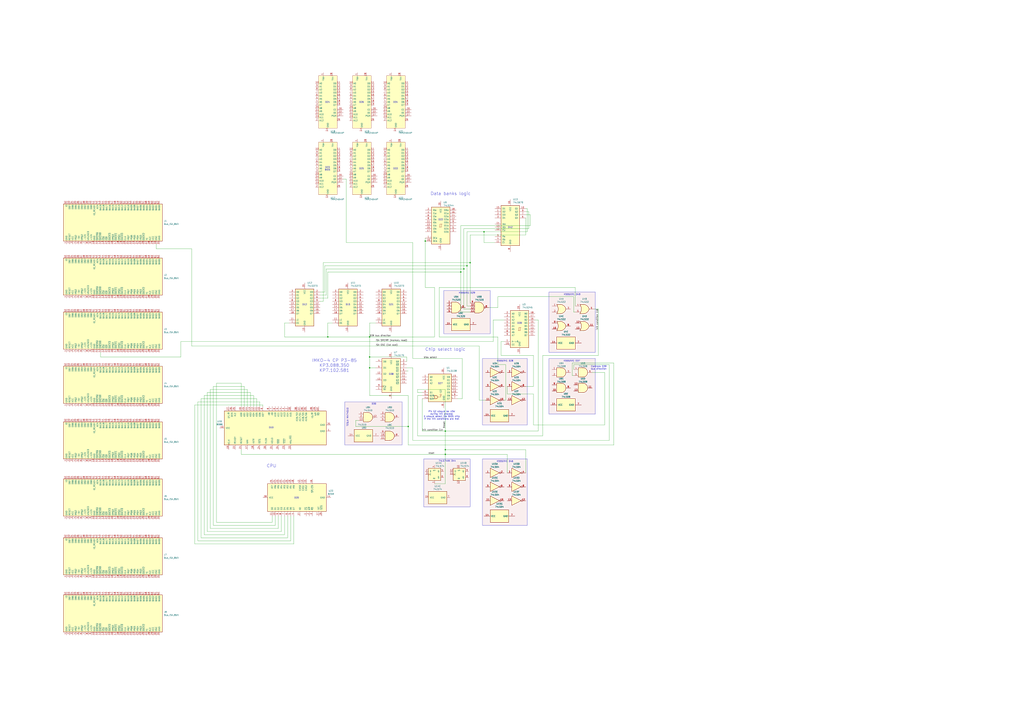
<source format=kicad_sch>
(kicad_sch (version 20231120) (generator "eeschema") (generator_version "8.0")
  (paper "A1")
  (title_block (title "IMKO-4") (rev "CP P3-85"))
  (junction (at 303.53 276.86))
  (junction (at 269.24 276.86))
  (junction (at 335.28 350.52))
  (junction (at 386.08 215.9))
  (junction (at 378.46 223.52))
  (junction (at 365.76 373.38))
  (junction (at 365.76 369.57))
  (junction (at 397.51 190.5))
  (junction (at 349.25 198.12))
  (junction (at 383.54 218.44))
  (junction (at 381 220.98))
  (junction (at 365.76 354.33))
  (junction (at 303.53 293.37))
  (junction (at 303.53 302.26))
  (wire (pts (xy 231.14 424.18) (xy 231.14 436.88)))
  (wire (pts (xy 269.24 276.86) (xy 269.24 265.43)))
  (wire (pts (xy 500.38 299.72) (xy 500.38 361.95)))
  (wire (pts (xy 433.07 171.45) (xy 431.8 171.45)))
  (wire (pts (xy 405.13 262.89) (xy 405.13 280.67)))
  (wire (pts (xy 356.87 276.86) (xy 356.87 236.22)))
  (wire (pts (xy 233.68 265.43) (xy 237.49 265.43)))
  (wire (pts (xy 205.74 322.58) (xy 205.74 334.01)))
  (wire (pts (xy 471.17 308.61) (xy 469.9 308.61)))
  (wire (pts (xy 356.87 397.51) (xy 365.76 397.51)))
  (wire (pts (xy 238.76 424.18) (xy 238.76 444.5)))
  (wire (pts (xy 303.53 302.26) (xy 308.61 302.26)))
  (wire (pts (xy 262.89 247.65) (xy 265.43 247.65)))
  (wire (pts (xy 433.07 190.5) (xy 433.07 171.45)))
  (wire (pts (xy 397.51 190.5) (xy 433.07 190.5)))
  (wire (pts (xy 200.66 317.5) (xy 175.26 317.5)))
  (wire (pts (xy 406.4 199.39) (xy 397.51 199.39)))
  (wire (pts (xy 334.01 297.18) (xy 334.01 293.37)))
  (wire (pts (xy 414.02 328.93) (xy 415.29 328.93)))
  (wire (pts (xy 381 254) (xy 381 220.98)))
  (wire (pts (xy 203.2 320.04) (xy 203.2 334.01)))
  (wire (pts (xy 167.64 325.12) (xy 208.28 325.12)))
  (wire (pts (xy 241.3 424.18) (xy 241.3 447.04)))
  (wire (pts (xy 215.9 332.74) (xy 215.9 334.01)))
  (wire (pts (xy 504.19 298.45) (xy 504.19 365.76)))
  (wire (pts (xy 238.76 444.5) (xy 162.56 444.5)))
  (wire (pts (xy 342.9 325.12) (xy 346.71 325.12)))
  (wire (pts (xy 265.43 215.9) (xy 386.08 215.9)))
  (wire (pts (xy 378.46 223.52) (xy 378.46 185.42)))
  (wire (pts (xy 162.56 330.2) (xy 213.36 330.2)))
  (wire (pts (xy 365.76 320.04) (xy 342.9 320.04)))
  (wire (pts (xy 491.49 292.1) (xy 445.77 292.1)))
  (wire (pts (xy 381 187.96) (xy 434.34 187.96)))
  (wire (pts (xy 236.22 424.18) (xy 236.22 441.96)))
  (wire (pts (xy 346.71 354.33) (xy 346.71 327.66)))
  (wire (pts (xy 365.76 320.04) (xy 365.76 354.33)))
  (wire (pts (xy 356.87 236.22) (xy 349.25 236.22)))
  (wire (pts (xy 365.76 354.33) (xy 346.71 354.33)))
  (wire (pts (xy 303.53 276.86) (xy 356.87 276.86)))
  (wire (pts (xy 408.94 299.72) (xy 408.94 276.86)))
  (wire (pts (xy 303.53 302.26) (xy 303.53 293.37)))
  (wire (pts (xy 365.76 354.33) (xy 365.76 369.57)))
  (wire (pts (xy 241.3 447.04) (xy 160.02 447.04)))
  (wire (pts (xy 236.22 441.96) (xy 165.1 441.96)))
  (wire (pts (xy 200.66 334.01) (xy 200.66 317.5)))
  (wire (pts (xy 334.01 293.37) (xy 303.53 293.37)))
  (wire (pts (xy 339.09 199.39) (xy 339.09 294.64)))
  (wire (pts (xy 157.48 204.47) (xy 128.27 204.47)))
  (wire (pts (xy 393.7 328.93) (xy 393.7 284.48)))
  (wire (pts (xy 226.06 431.8) (xy 226.06 424.18)))
  (wire (pts (xy 496.57 306.07) (xy 486.41 306.07)))
  (wire (pts (xy 335.28 350.52) (xy 335.28 325.12)))
  (wire (pts (xy 414.02 262.89) (xy 405.13 262.89)))
  (wire (pts (xy 487.68 254) (xy 491.49 254)))
  (wire (pts (xy 504.19 365.76) (xy 335.28 365.76)))
  (wire (pts (xy 378.46 185.42) (xy 435.61 185.42)))
  (wire (pts (xy 335.28 350.52) (xy 292.1 350.52)))
  (wire (pts (xy 438.15 323.85) (xy 438.15 349.25)))
  (wire (pts (xy 415.29 328.93) (xy 415.29 299.72)))
  (wire (pts (xy 496.57 349.25) (xy 496.57 306.07)))
  (wire (pts (xy 386.08 254) (xy 381 254)))
  (wire (pts (xy 438.15 292.1) (xy 411.48 292.1)))
  (wire (pts (xy 223.52 424.18) (xy 223.52 429.26)))
  (wire (pts (xy 303.53 276.86) (xy 303.53 293.37)))
  (wire (pts (xy 172.72 320.04) (xy 203.2 320.04)))
  (wire (pts (xy 157.48 284.48) (xy 157.48 204.47)))
  (wire (pts (xy 175.26 317.5) (xy 175.26 431.8)))
  (wire (pts (xy 431.8 369.57) (xy 365.76 369.57)))
  (wire (pts (xy 334.01 304.8) (xy 335.28 304.8)))
  (wire (pts (xy 434.34 187.96) (xy 434.34 173.99)))
  (wire (pts (xy 160.02 447.04) (xy 160.02 332.74)))
  (wire (pts (xy 160.02 332.74) (xy 215.9 332.74)))
  (wire (pts (xy 148.59 280.67) (xy 405.13 280.67)))
  (wire (pts (xy 379.73 294.64) (xy 379.73 327.66)))
  (wire (pts (xy 266.7 218.44) (xy 383.54 218.44)))
  (wire (pts (xy 445.77 292.1) (xy 445.77 358.14)))
  (wire (pts (xy 284.48 147.32) (xy 284.48 199.39)))
  (wire (pts (xy 349.25 236.22) (xy 349.25 198.12)))
  (wire (pts (xy 342.9 322.58) (xy 346.71 322.58)))
  (wire (pts (xy 223.52 429.26) (xy 177.8 429.26)))
  (wire (pts (xy 269.24 265.43) (xy 273.05 265.43)))
  (wire (pts (xy 431.8 317.5) (xy 438.15 317.5)))
  (wire (pts (xy 228.6 424.18) (xy 228.6 434.34)))
  (wire (pts (xy 434.34 173.99) (xy 431.8 173.99)))
  (wire (pts (xy 383.54 190.5) (xy 397.51 190.5)))
  (wire (pts (xy 284.48 199.39) (xy 339.09 199.39)))
  (wire (pts (xy 471.17 299.72) (xy 500.38 299.72)))
  (wire (pts (xy 269.24 245.11) (xy 269.24 223.52)))
  (wire (pts (xy 411.48 280.67) (xy 414.02 280.67)))
  (wire (pts (xy 431.8 369.57) (xy 431.8 388.62)))
  (wire (pts (xy 438.15 317.5) (xy 438.15 292.1)))
  (wire (pts (xy 469.9 298.45) (xy 504.19 298.45)))
  (wire (pts (xy 471.17 303.53) (xy 471.17 299.72)))
  (wire (pts (xy 303.53 265.43) (xy 303.53 276.86)))
  (wire (pts (xy 266.7 240.03) (xy 266.7 218.44)))
  (wire (pts (xy 383.54 218.44) (xy 383.54 190.5)))
  (wire (pts (xy 213.36 330.2) (xy 213.36 334.01)))
  (wire (pts (xy 170.18 322.58) (xy 205.74 322.58)))
  (wire (pts (xy 177.8 429.26) (xy 177.8 314.96)))
  (wire (pts (xy 378.46 256.54) (xy 378.46 223.52)))
  (wire (pts (xy 383.54 251.46) (xy 383.54 218.44)))
  (wire (pts (xy 381 220.98) (xy 381 187.96)))
  (wire (pts (xy 228.6 434.34) (xy 172.72 434.34)))
  (wire (pts (xy 233.68 424.18) (xy 233.68 439.42)))
  (wire (pts (xy 167.64 439.42) (xy 167.64 325.12)))
  (wire (pts (xy 386.08 256.54) (xy 378.46 256.54)))
  (wire (pts (xy 82.55 293.37) (xy 82.55 289.56)))
  (wire (pts (xy 339.09 302.26) (xy 339.09 361.95)))
  (wire (pts (xy 342.9 358.14) (xy 342.9 325.12)))
  (wire (pts (xy 365.76 369.57) (xy 365.76 373.38)))
  (wire (pts (xy 365.76 373.38) (xy 416.56 373.38)))
  (wire (pts (xy 198.12 373.38) (xy 365.76 373.38)))
  (wire (pts (xy 157.48 284.48) (xy 393.7 284.48)))
  (wire (pts (xy 339.09 294.64) (xy 379.73 294.64)))
  (wire (pts (xy 233.68 439.42) (xy 167.64 439.42)))
  (wire (pts (xy 349.25 195.58) (xy 349.25 198.12)))
  (wire (pts (xy 439.42 262.89) (xy 441.96 262.89)))
  (wire (pts (xy 472.44 236.22) (xy 472.44 251.46)))
  (wire (pts (xy 342.9 320.04) (xy 342.9 322.58)))
  (wire (pts (xy 231.14 436.88) (xy 170.18 436.88)))
  (wire (pts (xy 471.17 243.84) (xy 471.17 256.54)))
  (wire (pts (xy 360.68 276.86) (xy 360.68 236.22)))
  (wire (pts (xy 408.94 276.86) (xy 360.68 276.86)))
  (wire (pts (xy 233.68 276.86) (xy 233.68 265.43)))
  (wire (pts (xy 431.8 193.04) (xy 386.08 193.04)))
  (wire (pts (xy 500.38 361.95) (xy 339.09 361.95)))
  (wire (pts (xy 303.53 265.43) (xy 308.61 265.43)))
  (wire (pts (xy 360.68 236.22) (xy 472.44 236.22)))
  (wire (pts (xy 339.09 302.26) (xy 334.01 302.26)))
  (wire (pts (xy 292.1 350.52) (xy 292.1 345.44)))
  (wire (pts (xy 148.59 280.67) (xy 148.59 293.37)))
  (wire (pts (xy 365.76 373.38) (xy 365.76 397.51)))
  (wire (pts (xy 491.49 254) (xy 491.49 292.1)))
  (wire (pts (xy 335.28 365.76) (xy 335.28 350.52)))
  (wire (pts (xy 386.08 193.04) (xy 386.08 215.9)))
  (wire (pts (xy 438.15 349.25) (xy 496.57 349.25)))
  (wire (pts (xy 175.26 431.8) (xy 226.06 431.8)))
  (wire (pts (xy 262.89 245.11) (xy 269.24 245.11)))
  (wire (pts (xy 128.27 204.47) (xy 128.27 200.66)))
  (wire (pts (xy 177.8 314.96) (xy 198.12 314.96)))
  (wire (pts (xy 416.56 317.5) (xy 416.56 323.85)))
  (wire (pts (xy 416.56 373.38) (xy 416.56 388.62)))
  (wire (pts (xy 445.77 358.14) (xy 342.9 358.14)))
  (wire (pts (xy 148.59 293.37) (xy 82.55 293.37)))
  (wire (pts (xy 267.97 220.98) (xy 381 220.98)))
  (wire (pts (xy 269.24 276.86) (xy 303.53 276.86)))
  (wire (pts (xy 435.61 176.53) (xy 431.8 176.53)))
  (wire (pts (xy 335.28 325.12) (xy 303.53 325.12)))
  (wire (pts (xy 435.61 185.42) (xy 435.61 176.53)))
  (wire (pts (xy 162.56 444.5) (xy 162.56 330.2)))
  (wire (pts (xy 408.94 243.84) (xy 471.17 243.84)))
  (wire (pts (xy 441.96 354.33) (xy 365.76 354.33)))
  (wire (pts (xy 415.29 299.72) (xy 408.94 299.72)))
  (wire (pts (xy 386.08 215.9) (xy 386.08 248.92)))
  (wire (pts (xy 416.56 323.85) (xy 438.15 323.85)))
  (wire (pts (xy 292.1 345.44) (xy 294.64 345.44)))
  (wire (pts (xy 281.94 147.32) (xy 284.48 147.32)))
  (wire (pts (xy 397.51 199.39) (xy 397.51 190.5)))
  (wire (pts (xy 165.1 327.66) (xy 210.82 327.66)))
  (wire (pts (xy 198.12 314.96) (xy 198.12 334.01)))
  (wire (pts (xy 379.73 327.66) (xy 375.92 327.66)))
  (wire (pts (xy 198.12 369.57) (xy 198.12 373.38)))
  (wire (pts (xy 401.32 252.73) (xy 408.94 252.73)))
  (wire (pts (xy 471.17 256.54) (xy 472.44 256.54)))
  (wire (pts (xy 386.08 251.46) (xy 383.54 251.46)))
  (wire (pts (xy 411.48 292.1) (xy 411.48 280.67)))
  (wire (pts (xy 172.72 434.34) (xy 172.72 320.04)))
  (wire (pts (xy 170.18 436.88) (xy 170.18 322.58)))
  (wire (pts (xy 441.96 262.89) (xy 441.96 354.33)))
  (wire (pts (xy 265.43 247.65) (xy 265.43 215.9)))
  (wire (pts (xy 398.78 328.93) (xy 393.7 328.93)))
  (wire (pts (xy 408.94 252.73) (xy 408.94 243.84)))
  (wire (pts (xy 210.82 327.66) (xy 210.82 334.01)))
  (wire (pts (xy 233.68 276.86) (xy 269.24 276.86)))
  (wire (pts (xy 431.8 179.07) (xy 431.8 193.04)))
  (wire (pts (xy 269.24 223.52) (xy 378.46 223.52)))
  (wire (pts (xy 469.9 308.61) (xy 469.9 298.45)))
  (wire (pts (xy 262.89 242.57) (xy 267.97 242.57)))
  (wire (pts (xy 262.89 240.03) (xy 266.7 240.03)))
  (wire (pts (xy 267.97 242.57) (xy 267.97 220.98)))
  (wire (pts (xy 165.1 441.96) (xy 165.1 327.66)))
  (wire (pts (xy 303.53 325.12) (xy 303.53 302.26)))
  (wire (pts (xy 208.28 325.12) (xy 208.28 334.01)))
  (rectangle (start 450.85 294.64) (end 488.95 340.36) (fill (type color) (color 158 0 0 0.07058823529)))
  (rectangle (start 396.24 377.19) (end 433.07 431.8) (fill (type color) (color 158 0 0 0.07)))
  (rectangle (start 396.24 294.64) (end 433.07 349.25) (fill (type color) (color 158 0 0 0.07)))
  (rectangle (start 347.98 377.19) (end 386.08 416.56) (fill (type color) (color 158 0 0 0.07)))
  (rectangle (start 450.85 240.03) (end 488.95 289.56) (fill (type color) (color 158 0 0 0.07)))
  (rectangle (start 283.21 330.2) (end 330.2 365.76) (fill (type color) (color 158 0 0 0.07)))
  (rectangle (start 364.49 238.76) (end 402.59 274.32) (fill (type color) (color 158 0 0 0.07)))
  (text "Data banks logic" (at 370.078 159.258 0) (effects (font (size 2.54 2.54))))
  (text "D25" (at 296.926 138.684 0) (effects (font (size 1.27 1.27))))
  (text "К555ЛН1 D28" (at 414.782 296.672 0) (effects (font (size 1.27 1.27))))
  (text "CPU" (at 223.012 383.032 0) (effects (font (size 2.54 2.54))))
  (text "Chip select logic" (at 365.76 287.274 0) (effects (font (size 2.54 2.54))))
  (text "74LS74AN D44" (at 367.284 378.968 0) (effects (font (size 1.27 1.27))))
  (text "D38" (at 321.31 307.594 0) (effects (font (size 1.27 1.27))))
  (text "D21" (at 321.31 250.444 0) (effects (font (size 1.27 1.27))))
  (text "К555ЛИ1 D37" (at 469.646 296.672 0) (effects (font (size 1.27 1.27))))
  (text "D15" (at 285.75 250.444 0) (effects (font (size 1.27 1.27))))
  (text "Controls D39\nbus direction" (at 491.744 302.26 0) (effects (font (size 1.27 1.27))))
  (text "D20" (at 243.586 409.194 0) (effects (font (size 1.27 1.27))))
  (text "К555ЛН1 D46" (at 414.782 379.222 0) (effects (font (size 1.27 1.27))))
  (text "D33" (at 324.866 138.684 0) (effects (font (size 1.27 1.27))))
  (text "D24" (at 268.986 84.074 0) (effects (font (size 1.27 1.27))))
  (text "D23\nBIOS\n" (at 268.986 138.684 0) (effects (font (size 1.27 1.27))))
  (text "D42" (at 419.1 186.944 0) (effects (font (size 1.27 1.27))))
  (text "D27" (at 361.696 315.214 0) (effects (font (size 1.27 1.27))))
  (text "TESLA MH74S10" (at 285.496 342.9 90) (effects (font (size 1.27 1.27))))
  (text "D26" (at 296.926 84.074 0) (effects (font (size 1.27 1.27))))
  (text "К555ЛЛ1 D49" (at 469.9 242.062 0) (effects (font (size 1.27 1.27))))
  (text "D10" (at 222.758 351.536 0) (effects (font (size 1.27 1.27))))
  (text "D39" (at 426.72 265.684 0) (effects (font (size 1.27 1.27))))
  (text "D12" (at 250.19 250.444 0) (effects (font (size 1.27 1.27))))
  (text "IMKO-4 CP P3-85\nKP3.088.350\nKP7.102.581" (at 274.574 300.482 0) (effects (font (size 2.54 2.54))))
  (text "D30" (at 307.086 331.978 0) (effects (font (size 1.27 1.27))))
  (text "D22" (at 361.95 180.594 0) (effects (font (size 1.27 1.27))))
  (text "К555ЛА1 D29" (at 383.54 240.792 0) (effects (font (size 1.27 1.27))))
  (text "D34" (at 324.866 84.074 0) (effects (font (size 1.27 1.27))))
  (text "Pin G2 should be LOW\nduring init process\nIt should select the BIOS chip\nif the init conditions are met" (at 362.712 341.376 0) (effects (font (size 1.27 1.27))))
  (label "!reset" (at 365.76 351.79 90))
  (label "init condition 2.B" (at 491.49 254 270))
  (label "bios select" (at 347.98 294.64 0))
  (label "D39 bus direction" (at 303.53 276.86 0))
  (label "init condition 2.A" (at 346.71 354.33 0))
  (label "ISA SMEMR (memory read)" (at 308.61 280.67 0))
  (label "reset" (at 351.79 373.38 0))
  (label "ISA OSC (1st slot)" (at 308.61 284.48 0))
  (symbol (lib_id "74xx:74LS245") (at 426.72 270.51 0) (unit 1)
    (property "Reference" "U3" (at 428.9141 250.19 0) (effects (justify left)))
    (property "Value" "74LS245" (at 428.9141 252.73 0) (effects (justify left)))
    (property "Datasheet" "http://www.ti.com/lit/gpn/sn74LS245" (effects (hide yes)))
    (property "Description" "Octal BUS Transceivers, 3-State outputs" (effects (hide yes)))
  )
  (symbol (lib_id "Connector:Bus_ISA_8bit") (at 92.71 408.94 90) (unit 1)
    (property "Reference" "J6" (at 134.62 407.6699 90) (effects (justify right)))
    (property "Value" "Bus_ISA_8bit" (at 134.62 410.2099 90) (effects (justify right)))
    (property "Datasheet" "https://en.wikipedia.org/wiki/Industry_Standard_Architecture" (effects (hide yes)))
    (property "Description" "8-bit ISA-PC bus connector" (effects (hide yes)))
  )
  (symbol (lib_id "74xx:74LS08") (at 478.79 306.07 0) (unit 2)
    (property "Reference" "U6" (at 478.79 298.45 0))
    (property "Value" "74LS08" (at 478.79 300.99 0))
    (property "Datasheet" "http://www.ti.com/lit/gpn/sn74LS08" (effects (hide yes)))
    (property "Description" "Quad And2" (effects (hide yes)))
  )
  (symbol (lib_id "74xx:74LS32") (at 464.82 281.94 90) (unit 5)
    (property "Reference" "U4" (at 464.82 272.542 90))
    (property "Value" "74LS32" (at 464.82 275.082 90))
    (property "Datasheet" "http://www.ti.com/lit/gpn/sn74LS32" (effects (hide yes)))
    (property "Description" "Quad 2-input OR" (effects (hide yes)))
  )
  (symbol (lib_id "74xx:74LS08") (at 478.79 318.77 0) (unit 4)
    (property "Reference" "U6" (at 478.79 311.15 0))
    (property "Value" "74LS08" (at 478.79 313.69 0))
    (property "Datasheet" "http://www.ti.com/lit/gpn/sn74LS08" (effects (hide yes)))
    (property "Description" "Quad And2" (effects (hide yes)))
  )
  (symbol (lib_id "74xx:74LS10") (at 320.04 342.9 0) (unit 2)
    (property "Reference" "U8" (at 320.04 334.772 0))
    (property "Value" "74LS10" (at 320.04 337.312 0))
    (property "Datasheet" "http://www.ti.com/lit/gpn/sn74LS10" (effects (hide yes)))
    (property "Description" "Triple 3-input NAND" (effects (hide yes)))
  )
  (symbol (lib_id "74xx:74LS04") (at 424.18 317.5 0) (unit 4)
    (property "Reference" "U2" (at 424.18 310.134 0))
    (property "Value" "74LS04" (at 424.18 312.674 0))
    (property "Datasheet" "http://www.ti.com/lit/gpn/sn74LS04" (effects (hide yes)))
    (property "Description" "Hex Inverter" (effects (hide yes)))
  )
  (symbol (lib_id "74xx:74LS244") (at 361.95 185.42 0) (unit 1)
    (property "Reference" "U9" (at 364.1441 166.37 0) (effects (justify left)))
    (property "Value" "74LS244" (at 364.1441 168.91 0) (effects (justify left)))
    (property "Datasheet" "http://www.ti.com/lit/ds/symlink/sn74ls244.pdf" (effects (hide yes)))
    (property "Description" "Octal Buffer and Line Driver With 3-State Output, active-low enables, non-inverting outputs" (effects (hide yes)))
  )
  (symbol (lib_id "MCU_Intel:8088") (at 226.06 351.79 90) (unit 1)
    (property "Reference" "U16" (at 180.34 346.2938 90))
    (property "Value" "8088" (at 180.34 348.8338 90))
    (property "Footprint" "Package_DIP:DIP-40_W15.24mm" (effects (hide yes)))
    (property "Datasheet" "http://datasheets.chipdb.org/Intel/x86/808x/datashts/8088/231456-006.pdf" (effects (hide yes)))
    (property "Description" "8088 (minimum mode), 8-Bit HMOS Microprocessor, PDIP-40" (effects (hide yes)))
  )
  (symbol (lib_id "Memory_ROM:TMM2464AP") (at 269.24 77.47 0) (unit 1)
    (property "Reference" "U18" (at 271.4341 107.95 0) (effects (justify left)))
    (property "Value" "TMM2464AP" (at 271.4341 109.22 0) (effects (justify left)))
  )
  (symbol (lib_id "74xx:74LS04") (at 424.18 388.62 0) (unit 2)
    (property "Reference" "U15" (at 424.18 381.254 0))
    (property "Value" "74LS04" (at 424.18 383.794 0))
    (property "Datasheet" "http://www.ti.com/lit/gpn/sn74LS04" (effects (hide yes)))
    (property "Description" "Hex Inverter" (effects (hide yes)))
  )
  (symbol (lib_id "Connector:Bus_ISA_8bit") (at 92.71 504.19 90) (unit 1)
    (property "Reference" "J8" (at 134.62 502.9199 90) (effects (justify right)))
    (property "Value" "Bus_ISA_8bit" (at 134.62 505.4599 90) (effects (justify right)))
    (property "Datasheet" "https://en.wikipedia.org/wiki/Industry_Standard_Architecture" (effects (hide yes)))
    (property "Description" "8-bit ISA-PC bus connector" (effects (hide yes)))
  )
  (symbol (lib_id "74xx:74LS373") (at 250.19 252.73 0) (unit 1)
    (property "Reference" "U12" (at 252.3841 232.41 0) (effects (justify left)))
    (property "Value" "74LS373" (at 252.3841 234.95 0) (effects (justify left)))
    (property "Datasheet" "http://www.ti.com/lit/gpn/sn74LS373" (effects (hide yes)))
    (property "Description" "8-bit Latch, 3-state outputs" (effects (hide yes)))
  )
  (symbol (lib_id "74xx:74LS670") (at 419.1 184.15 0) (unit 1)
    (property "Reference" "U13" (at 421.2941 163.83 0) (effects (justify left)))
    (property "Value" "74LS670" (at 421.2941 166.37 0) (effects (justify left)))
    (property "Datasheet" "http://www.ti.com/lit/gpn/sn74LS670" (effects (hide yes)))
    (property "Description" "4 x 4 Register Files 3-State Outputs" (effects (hide yes)))
  )
  (symbol (lib_id "74xx:74LS373") (at 285.75 252.73 0) (unit 1)
    (property "Reference" "U11" (at 287.9441 232.41 0) (effects (justify left)))
    (property "Value" "74LS373" (at 287.9441 234.95 0) (effects (justify left)))
    (property "Datasheet" "http://www.ti.com/lit/gpn/sn74LS373" (effects (hide yes)))
    (property "Description" "8-bit Latch, 3-state outputs" (effects (hide yes)))
  )
  (symbol (lib_id "Connector:Bus_ISA_8bit") (at 92.71 227.33 90) (unit 1)
    (property "Reference" "J2" (at 134.62 226.0599 90) (effects (justify right)))
    (property "Value" "Bus_ISA_8bit" (at 134.62 228.5999 90) (effects (justify right)))
    (property "Datasheet" "https://en.wikipedia.org/wiki/Industry_Standard_Architecture" (effects (hide yes)))
    (property "Description" "8-bit ISA-PC bus connector" (effects (hide yes)))
  )
  (symbol (lib_id "74xx:74LS32") (at 461.01 254 0) (unit 1)
    (property "Reference" "U4" (at 461.01 245.618 0))
    (property "Value" "74LS32" (at 461.01 248.158 0))
    (property "Datasheet" "http://www.ti.com/lit/gpn/sn74LS32" (effects (hide yes)))
    (property "Description" "Quad 2-input OR" (effects (hide yes)))
  )
  (symbol (lib_id "74xx:74LS74") (at 359.41 408.94 90) (unit 3)
    (property "Reference" "U14" (at 359.41 399.542 90))
    (property "Value" "74LS74" (at 359.41 402.082 90))
    (property "Datasheet" "74xx/74hc_hct74.pdf" (effects (hide yes)))
    (property "Description" "Dual D Flip-flop, Set & Reset" (effects (hide yes)))
  )
  (symbol (lib_id "74xx:74LS74") (at 377.19 389.89 0) (unit 2)
    (property "Reference" "U14" (at 377.952 380.492 0) (effects (justify left)))
    (property "Value" "74LS74" (at 377.952 383.032 0) (effects (justify left)))
    (property "Datasheet" "74xx/74hc_hct74.pdf" (effects (hide yes)))
    (property "Description" "Dual D Flip-flop, Set & Reset" (effects (hide yes)))
  )
  (symbol (lib_id "74xx:74LS04") (at 410.21 424.18 90) (unit 7)
    (property "Reference" "U15" (at 410.21 414.02 90))
    (property "Value" "74LS04" (at 410.21 416.56 90))
    (property "Datasheet" "http://www.ti.com/lit/gpn/sn74LS04" (effects (hide yes)))
    (property "Description" "Hex Inverter" (effects (hide yes)))
  )
  (symbol (lib_id "Connector:Bus_ISA_8bit") (at 92.71 271.78 90) (unit 1)
    (property "Reference" "J3" (at 134.62 270.5099 90) (effects (justify right)))
    (property "Value" "Bus_ISA_8bit" (at 134.62 273.0499 90) (effects (justify right)))
    (property "Datasheet" "https://en.wikipedia.org/wiki/Industry_Standard_Architecture" (effects (hide yes)))
    (property "Description" "8-bit ISA-PC bus connector" (effects (hide yes)))
  )
  (symbol (lib_id "Memory_ROM:TMM2464AP") (at 297.18 77.47 0) (unit 1)
    (property "Reference" "U19" (at 299.3741 107.95 0) (effects (justify left)))
    (property "Value" "TMM2464AP" (at 299.3741 109.22 0) (effects (justify left)))
  )
  (symbol (lib_id "74xx:74LS08") (at 464.82 332.74 90) (unit 5)
    (property "Reference" "U6" (at 464.82 323.596 90))
    (property "Value" "74LS08" (at 464.82 326.136 90))
    (property "Datasheet" "http://www.ti.com/lit/gpn/sn74LS08" (effects (hide yes)))
    (property "Description" "Quad And2" (effects (hide yes)))
  )
  (symbol (lib_id "74xx:74LS20") (at 378.46 266.7 90) (unit 3)
    (property "Reference" "U5" (at 378.46 257.302 90))
    (property "Value" "74LS20" (at 378.46 259.842 90))
    (property "Datasheet" "http://www.ti.com/lit/gpn/sn74LS20" (effects (hide yes)))
    (property "Description" "Dual 4-input NAND" (effects (hide yes)))
  )
  (symbol (lib_id "74xx:74LS32") (at 461.01 267.97 0) (unit 3)
    (property "Reference" "U4" (at 461.01 259.842 0))
    (property "Value" "74LS32" (at 461.01 262.382 0))
    (property "Datasheet" "http://www.ti.com/lit/gpn/sn74LS32" (effects (hide yes)))
    (property "Description" "Quad 2-input OR" (effects (hide yes)))
  )
  (symbol (lib_id "74xx:74LS04") (at 424.18 328.93 0) (unit 6)
    (property "Reference" "U2" (at 424.18 321.564 0))
    (property "Value" "74LS04" (at 424.18 324.104 0))
    (property "Datasheet" "http://www.ti.com/lit/gpn/sn74LS04" (effects (hide yes)))
    (property "Description" "Hex Inverter" (effects (hide yes)))
  )
  (symbol (lib_id "74xx:74LS138") (at 359.41 317.5 0) (unit 1)
    (property "Reference" "U1" (at 366.6841 302.26 0) (effects (justify left)))
    (property "Value" "74LS138" (at 366.6841 304.8 0) (effects (justify left)))
    (property "Datasheet" "http://www.ti.com/lit/gpn/sn74LS138" (effects (hide yes)))
    (property "Description" "Decoder 3 to 8 active low outputs" (effects (hide yes)))
  )
  (symbol (lib_id "74xx:74LS04") (at 406.4 388.62 0) (unit 1)
    (property "Reference" "U15" (at 406.4 381.254 0))
    (property "Value" "74LS04" (at 406.4 383.794 0))
    (property "Datasheet" "http://www.ti.com/lit/gpn/sn74LS04" (effects (hide yes)))
    (property "Description" "Hex Inverter" (effects (hide yes)))
  )
  (symbol (lib_id "74xx:74LS04") (at 406.4 411.48 0) (unit 5)
    (property "Reference" "U15" (at 406.4 404.114 0))
    (property "Value" "74LS04" (at 406.4 406.654 0))
    (property "Datasheet" "http://www.ti.com/lit/gpn/sn74LS04" (effects (hide yes)))
    (property "Description" "Hex Inverter" (effects (hide yes)))
  )
  (symbol (lib_id "74xx:74LS175") (at 321.31 307.34 0) (unit 1)
    (property "Reference" "U7" (at 323.5041 289.56 0) (effects (justify left)))
    (property "Value" "74LS175" (at 323.5041 292.1 0) (effects (justify left)))
    (property "Datasheet" "http://www.ti.com/lit/gpn/sn74LS175" (effects (hide yes)))
    (property "Description" "4-bit D Flip-Flop, reset" (effects (hide yes)))
  )
  (symbol (lib_id "Connector:Bus_ISA_8bit") (at 92.71 361.95 90) (unit 1)
    (property "Reference" "J5" (at 134.62 360.6799 90) (effects (justify right)))
    (property "Value" "Bus_ISA_8bit" (at 134.62 363.2199 90) (effects (justify right)))
    (property "Datasheet" "https://en.wikipedia.org/wiki/Industry_Standard_Architecture" (effects (hide yes)))
    (property "Description" "8-bit ISA-PC bus connector" (effects (hide yes)))
  )
  (symbol (lib_id "Connector:Bus_ISA_8bit") (at 92.71 182.88 90) (unit 1)
    (property "Reference" "J1" (at 134.62 181.6099 90) (effects (justify right)))
    (property "Value" "Bus_ISA_8bit" (at 134.62 184.1499 90) (effects (justify right)))
    (property "Datasheet" "https://en.wikipedia.org/wiki/Industry_Standard_Architecture" (effects (hide yes)))
    (property "Description" "8-bit ISA-PC bus connector" (effects (hide yes)))
  )
  (symbol (lib_id "74xx:74LS373") (at 321.31 252.73 0) (unit 1)
    (property "Reference" "U10" (at 323.5041 232.41 0) (effects (justify left)))
    (property "Value" "74LS373" (at 323.5041 234.95 0) (effects (justify left)))
    (property "Datasheet" "http://www.ti.com/lit/gpn/sn74LS373" (effects (hide yes)))
    (property "Description" "8-bit Latch, 3-state outputs" (effects (hide yes)))
  )
  (symbol (lib_id "74xx:74LS20") (at 374.65 252.73 0) (unit 1)
    (property "Reference" "U5" (at 374.6403 243.84 0))
    (property "Value" "74LS20" (at 374.6403 246.38 0))
    (property "Datasheet" "http://www.ti.com/lit/gpn/sn74LS20" (effects (hide yes)))
    (property "Description" "Dual 4-input NAND" (effects (hide yes)))
  )
  (symbol (lib_id "74xx:74LS04") (at 410.21 341.63 90) (unit 7)
    (property "Reference" "U2" (at 410.21 331.47 90))
    (property "Value" "74LS04" (at 410.21 334.01 90))
    (property "Datasheet" "http://www.ti.com/lit/gpn/sn74LS04" (effects (hide yes)))
    (property "Description" "Hex Inverter" (effects (hide yes)))
  )
  (symbol (lib_id "74xx:74LS04") (at 406.4 400.05 0) (unit 3)
    (property "Reference" "U15" (at 406.4 392.684 0))
    (property "Value" "74LS04" (at 406.4 395.224 0))
    (property "Datasheet" "http://www.ti.com/lit/gpn/sn74LS04" (effects (hide yes)))
    (property "Description" "Hex Inverter" (effects (hide yes)))
  )
  (symbol (lib_id "74xx:74LS04") (at 424.18 400.05 0) (unit 4)
    (property "Reference" "U15" (at 424.18 392.684 0))
    (property "Value" "74LS04" (at 424.18 395.224 0))
    (property "Datasheet" "http://www.ti.com/lit/gpn/sn74LS04" (effects (hide yes)))
    (property "Description" "Hex Inverter" (effects (hide yes)))
  )
  (symbol (lib_id "74xx:74LS10") (at 298.45 358.14 90) (unit 4)
    (property "Reference" "U8" (at 300.99 351.536 90) (effects (justify left)))
    (property "Value" "74LS10" (at 300.99 348.996 90) (effects (justify left)))
    (property "Datasheet" "http://www.ti.com/lit/gpn/sn74LS10" (effects (hide yes)))
    (property "Description" "Triple 3-input NAND" (effects (hide yes)))
  )
  (symbol (lib_id "Memory_ROM:TMM2464AP") (at 297.18 132.08 0) (unit 1)
    (property "Reference" "U20" (at 299.3741 162.56 0) (effects (justify left)))
    (property "Value" "TMM2464AP" (at 299.3741 163.83 0) (effects (justify left)))
  )
  (symbol (lib_id "Connector:Bus_ISA_8bit") (at 92.71 316.23 90) (unit 1)
    (property "Reference" "J4" (at 134.62 314.9599 90) (effects (justify right)))
    (property "Value" "Bus_ISA_8bit" (at 134.62 317.4999 90) (effects (justify right)))
    (property "Datasheet" "https://en.wikipedia.org/wiki/Industry_Standard_Architecture" (effects (hide yes)))
    (property "Description" "8-bit ISA-PC bus connector" (effects (hide yes)))
  )
  (symbol (lib_id "Memory_ROM:TMM2464AP") (at 325.12 77.47 0) (unit 1)
    (property "Reference" "U21" (at 327.3141 107.95 0) (effects (justify left)))
    (property "Value" "TMM2464AP" (at 327.3141 109.22 0) (effects (justify left)))
  )
  (symbol (lib_id "74xx:74LS20") (at 393.7 252.73 0) (unit 2)
    (property "Reference" "U5" (at 393.6903 243.84 0))
    (property "Value" "74LS20" (at 393.6903 246.38 0))
    (property "Datasheet" "http://www.ti.com/lit/gpn/sn74LS20" (effects (hide yes)))
    (property "Description" "Dual 4-input NAND" (effects (hide yes)))
  )
  (symbol (lib_id "74xx:74LS10") (at 302.26 342.9 0) (unit 1)
    (property "Reference" "U8" (at 302.26 334.772 0))
    (property "Value" "74LS10" (at 302.26 337.312 0))
    (property "Datasheet" "http://www.ti.com/lit/gpn/sn74LS10" (effects (hide yes)))
    (property "Description" "Triple 3-input NAND" (effects (hide yes)))
  )
  (symbol (lib_id "Memory_ROM:TMM2464AP") (at 325.12 132.08 0) (unit 1)
    (property "Reference" "U22" (at 327.3141 162.56 0) (effects (justify left)))
    (property "Value" "TMM2464AP" (at 327.3141 163.83 0) (effects (justify left)))
  )
  (symbol (lib_id "Connector:Bus_ISA_8bit") (at 92.71 457.2 90) (unit 1)
    (property "Reference" "J7" (at 134.62 455.9299 90) (effects (justify right)))
    (property "Value" "Bus_ISA_8bit" (at 134.62 458.4699 90) (effects (justify right)))
    (property "Datasheet" "https://en.wikipedia.org/wiki/Industry_Standard_Architecture" (effects (hide yes)))
    (property "Description" "8-bit ISA-PC bus connector" (effects (hide yes)))
  )
  (symbol (lib_id "Memory_ROM:TMM2464AP") (at 269.24 132.08 0) (unit 1)
    (property "Reference" "U17" (at 271.4341 162.56 0) (effects (justify left)))
    (property "Value" "TMM2464AP" (at 271.4341 163.83 0) (effects (justify left)))
  )
  (symbol (lib_id "Interface:8259") (at 243.84 408.94 90) (unit 1)
    (property "Reference" "U23" (at 271.78 403.4438 90))
    (property "Value" "8259" (at 271.78 405.9838 90))
    (property "Footprint" "Package_DIP:DIP-28_W15.24mm" (effects (hide yes)))
    (property "Datasheet" "http://pdos.csail.mit.edu/6.828/2005/readings/hardware/8259A.pdf" (effects (hide yes)))
    (property "Description" "8259, Programmable Interrupt Controller, PDIP-28" (effects (hide yes)))
  )
  (symbol (lib_id "74xx:74LS04") (at 406.4 306.07 0) (unit 1)
    (property "Reference" "U2" (at 406.4 298.704 0))
    (property "Value" "74LS04" (at 406.4 301.244 0))
    (property "Datasheet" "http://www.ti.com/lit/gpn/sn74LS04" (effects (hide yes)))
    (property "Description" "Hex Inverter" (effects (hide yes)))
  )
  (symbol (lib_id "74xx:74LS08") (at 461.01 318.77 0) (unit 3)
    (property "Reference" "U6" (at 461.01 311.15 0))
    (property "Value" "74LS08" (at 461.01 313.69 0))
    (property "Datasheet" "http://www.ti.com/lit/gpn/sn74LS08" (effects (hide yes)))
    (property "Description" "Quad And2" (effects (hide yes)))
  )
  (symbol (lib_id "74xx:74LS04") (at 406.4 328.93 0) (unit 5)
    (property "Reference" "U2" (at 406.4 321.564 0))
    (property "Value" "74LS04" (at 406.4 324.104 0))
    (property "Datasheet" "http://www.ti.com/lit/gpn/sn74LS04" (effects (hide yes)))
    (property "Description" "Hex Inverter" (effects (hide yes)))
  )
  (symbol (lib_id "74xx:74LS08") (at 461.01 306.07 0) (unit 1)
    (property "Reference" "U6" (at 461.01 298.45 0))
    (property "Value" "74LS08" (at 461.01 300.99 0))
    (property "Datasheet" "http://www.ti.com/lit/gpn/sn74LS08" (effects (hide yes)))
    (property "Description" "Quad And2" (effects (hide yes)))
  )
  (symbol (lib_id "74xx:74LS04") (at 424.18 306.07 0) (unit 2)
    (property "Reference" "U2" (at 424.18 298.704 0))
    (property "Value" "74LS04" (at 424.18 301.244 0))
    (property "Datasheet" "http://www.ti.com/lit/gpn/sn74LS04" (effects (hide yes)))
    (property "Description" "Hex Inverter" (effects (hide yes)))
  )
  (symbol (lib_id "74xx:74LS04") (at 406.4 317.5 0) (unit 3)
    (property "Reference" "U2" (at 406.4 310.134 0))
    (property "Value" "74LS04" (at 406.4 312.674 0))
    (property "Datasheet" "http://www.ti.com/lit/gpn/sn74LS04" (effects (hide yes)))
    (property "Description" "Hex Inverter" (effects (hide yes)))
  )
  (symbol (lib_id "74xx:74LS32") (at 480.06 267.97 0) (unit 4)
    (property "Reference" "U4" (at 480.06 259.842 0))
    (property "Value" "74LS32" (at 480.06 262.382 0))
    (property "Datasheet" "http://www.ti.com/lit/gpn/sn74LS32" (effects (hide yes)))
    (property "Description" "Quad 2-input OR" (effects (hide yes)))
  )
  (symbol (lib_id "74xx:74LS10") (at 320.04 358.14 0) (unit 3)
    (property "Reference" "U8" (at 320.04 349.25 0))
    (property "Value" "74LS10" (at 320.04 351.79 0))
    (property "Datasheet" "http://www.ti.com/lit/gpn/sn74LS10" (effects (hide yes)))
    (property "Description" "Triple 3-input NAND" (effects (hide yes)))
  )
  (symbol (lib_id "74xx:74LS32") (at 480.06 254 0) (unit 2)
    (property "Reference" "U4" (at 480.06 245.618 0))
    (property "Value" "74LS32" (at 480.06 248.158 0))
    (property "Datasheet" "http://www.ti.com/lit/gpn/sn74LS32" (effects (hide yes)))
    (property "Description" "Quad 2-input OR" (effects (hide yes)))
  )
  (symbol (lib_id "74xx:74LS04") (at 424.18 411.48 0) (unit 6)
    (property "Reference" "U15" (at 424.18 404.114 0))
    (property "Value" "74LS04" (at 424.18 406.654 0))
    (property "Datasheet" "http://www.ti.com/lit/gpn/sn74LS04" (effects (hide yes)))
    (property "Description" "Hex Inverter" (effects (hide yes)))
  )
  (symbol (lib_id "74xx:74LS74") (at 356.87 389.89 0) (unit 1)
    (property "Reference" "U14" (at 357.632 380.492 0) (effects (justify left)))
    (property "Value" "74LS74" (at 357.632 383.032 0) (effects (justify left)))
    (property "Datasheet" "74xx/74hc_hct74.pdf" (effects (hide yes)))
    (property "Description" "Dual D Flip-flop, Set & Reset" (effects (hide yes)))
  )
)
</source>
